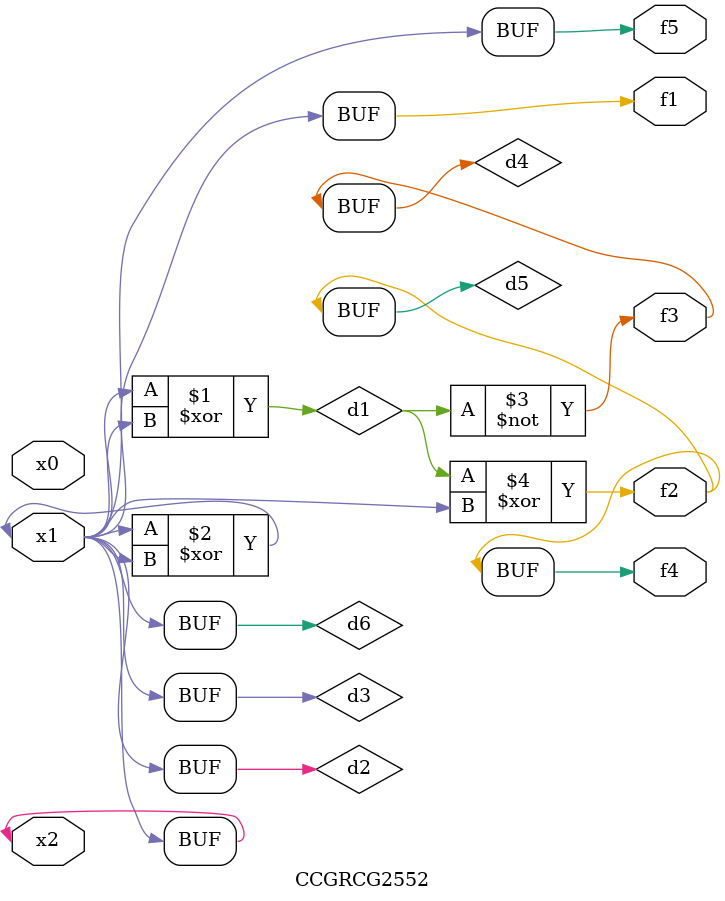
<source format=v>
module CCGRCG2552(
	input x0, x1, x2,
	output f1, f2, f3, f4, f5
);

	wire d1, d2, d3, d4, d5, d6;

	xor (d1, x1, x2);
	buf (d2, x1, x2);
	xor (d3, x1, x2);
	nor (d4, d1);
	xor (d5, d1, d2);
	buf (d6, d2, d3);
	assign f1 = d6;
	assign f2 = d5;
	assign f3 = d4;
	assign f4 = d5;
	assign f5 = d6;
endmodule

</source>
